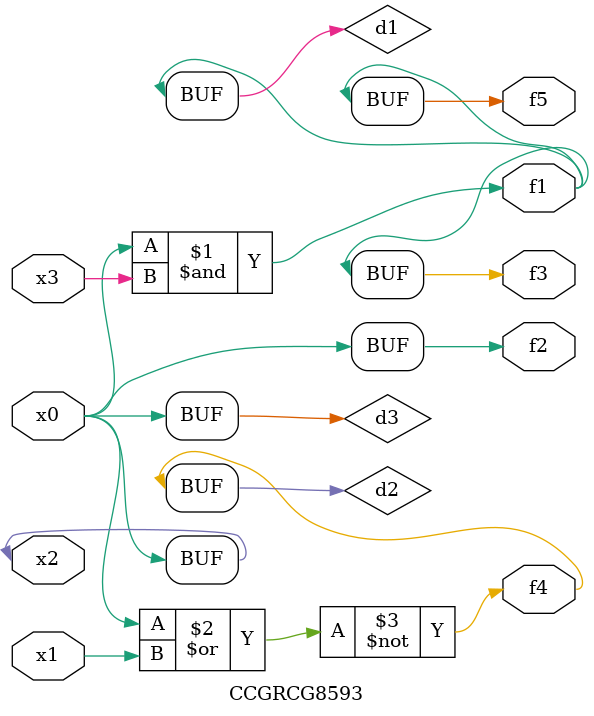
<source format=v>
module CCGRCG8593(
	input x0, x1, x2, x3,
	output f1, f2, f3, f4, f5
);

	wire d1, d2, d3;

	and (d1, x2, x3);
	nor (d2, x0, x1);
	buf (d3, x0, x2);
	assign f1 = d1;
	assign f2 = d3;
	assign f3 = d1;
	assign f4 = d2;
	assign f5 = d1;
endmodule

</source>
